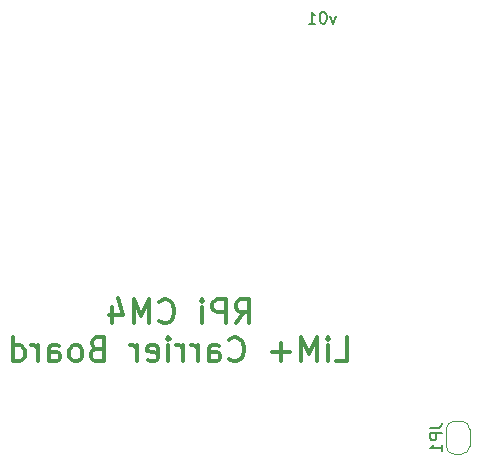
<source format=gbo>
G04 #@! TF.GenerationSoftware,KiCad,Pcbnew,(5.99.0-10632-g8f3343b9e3)*
G04 #@! TF.CreationDate,2021-06-18T06:45:42-04:00*
G04 #@! TF.ProjectId,rpi-cm4-LiM+-board,7270692d-636d-4342-9d4c-694d2b2d626f,v01*
G04 #@! TF.SameCoordinates,Original*
G04 #@! TF.FileFunction,Legend,Bot*
G04 #@! TF.FilePolarity,Positive*
%FSLAX46Y46*%
G04 Gerber Fmt 4.6, Leading zero omitted, Abs format (unit mm)*
G04 Created by KiCad (PCBNEW (5.99.0-10632-g8f3343b9e3)) date 2021-06-18 06:45:42*
%MOMM*%
%LPD*%
G01*
G04 APERTURE LIST*
%ADD10C,0.300000*%
%ADD11C,0.150000*%
%ADD12C,0.120000*%
G04 APERTURE END LIST*
D10*
X151214285Y-105294761D02*
X151880952Y-104342380D01*
X152357142Y-105294761D02*
X152357142Y-103294761D01*
X151595238Y-103294761D01*
X151404761Y-103390000D01*
X151309523Y-103485238D01*
X151214285Y-103675714D01*
X151214285Y-103961428D01*
X151309523Y-104151904D01*
X151404761Y-104247142D01*
X151595238Y-104342380D01*
X152357142Y-104342380D01*
X150357142Y-105294761D02*
X150357142Y-103294761D01*
X149595238Y-103294761D01*
X149404761Y-103390000D01*
X149309523Y-103485238D01*
X149214285Y-103675714D01*
X149214285Y-103961428D01*
X149309523Y-104151904D01*
X149404761Y-104247142D01*
X149595238Y-104342380D01*
X150357142Y-104342380D01*
X148357142Y-105294761D02*
X148357142Y-103961428D01*
X148357142Y-103294761D02*
X148452380Y-103390000D01*
X148357142Y-103485238D01*
X148261904Y-103390000D01*
X148357142Y-103294761D01*
X148357142Y-103485238D01*
X144738095Y-105104285D02*
X144833333Y-105199523D01*
X145119047Y-105294761D01*
X145309523Y-105294761D01*
X145595238Y-105199523D01*
X145785714Y-105009047D01*
X145880952Y-104818571D01*
X145976190Y-104437619D01*
X145976190Y-104151904D01*
X145880952Y-103770952D01*
X145785714Y-103580476D01*
X145595238Y-103390000D01*
X145309523Y-103294761D01*
X145119047Y-103294761D01*
X144833333Y-103390000D01*
X144738095Y-103485238D01*
X143880952Y-105294761D02*
X143880952Y-103294761D01*
X143214285Y-104723333D01*
X142547619Y-103294761D01*
X142547619Y-105294761D01*
X140738095Y-103961428D02*
X140738095Y-105294761D01*
X141214285Y-103199523D02*
X141690476Y-104628095D01*
X140452380Y-104628095D01*
X159690476Y-108514761D02*
X160642857Y-108514761D01*
X160642857Y-106514761D01*
X159023809Y-108514761D02*
X159023809Y-107181428D01*
X159023809Y-106514761D02*
X159119047Y-106610000D01*
X159023809Y-106705238D01*
X158928571Y-106610000D01*
X159023809Y-106514761D01*
X159023809Y-106705238D01*
X158071428Y-108514761D02*
X158071428Y-106514761D01*
X157404761Y-107943333D01*
X156738095Y-106514761D01*
X156738095Y-108514761D01*
X155785714Y-107752857D02*
X154261904Y-107752857D01*
X155023809Y-108514761D02*
X155023809Y-106990952D01*
X150642857Y-108324285D02*
X150738095Y-108419523D01*
X151023809Y-108514761D01*
X151214285Y-108514761D01*
X151500000Y-108419523D01*
X151690476Y-108229047D01*
X151785714Y-108038571D01*
X151880952Y-107657619D01*
X151880952Y-107371904D01*
X151785714Y-106990952D01*
X151690476Y-106800476D01*
X151500000Y-106610000D01*
X151214285Y-106514761D01*
X151023809Y-106514761D01*
X150738095Y-106610000D01*
X150642857Y-106705238D01*
X148928571Y-108514761D02*
X148928571Y-107467142D01*
X149023809Y-107276666D01*
X149214285Y-107181428D01*
X149595238Y-107181428D01*
X149785714Y-107276666D01*
X148928571Y-108419523D02*
X149119047Y-108514761D01*
X149595238Y-108514761D01*
X149785714Y-108419523D01*
X149880952Y-108229047D01*
X149880952Y-108038571D01*
X149785714Y-107848095D01*
X149595238Y-107752857D01*
X149119047Y-107752857D01*
X148928571Y-107657619D01*
X147976190Y-108514761D02*
X147976190Y-107181428D01*
X147976190Y-107562380D02*
X147880952Y-107371904D01*
X147785714Y-107276666D01*
X147595238Y-107181428D01*
X147404761Y-107181428D01*
X146738095Y-108514761D02*
X146738095Y-107181428D01*
X146738095Y-107562380D02*
X146642857Y-107371904D01*
X146547619Y-107276666D01*
X146357142Y-107181428D01*
X146166666Y-107181428D01*
X145500000Y-108514761D02*
X145500000Y-107181428D01*
X145500000Y-106514761D02*
X145595238Y-106610000D01*
X145500000Y-106705238D01*
X145404761Y-106610000D01*
X145500000Y-106514761D01*
X145500000Y-106705238D01*
X143785714Y-108419523D02*
X143976190Y-108514761D01*
X144357142Y-108514761D01*
X144547619Y-108419523D01*
X144642857Y-108229047D01*
X144642857Y-107467142D01*
X144547619Y-107276666D01*
X144357142Y-107181428D01*
X143976190Y-107181428D01*
X143785714Y-107276666D01*
X143690476Y-107467142D01*
X143690476Y-107657619D01*
X144642857Y-107848095D01*
X142833333Y-108514761D02*
X142833333Y-107181428D01*
X142833333Y-107562380D02*
X142738095Y-107371904D01*
X142642857Y-107276666D01*
X142452380Y-107181428D01*
X142261904Y-107181428D01*
X139404761Y-107467142D02*
X139119047Y-107562380D01*
X139023809Y-107657619D01*
X138928571Y-107848095D01*
X138928571Y-108133809D01*
X139023809Y-108324285D01*
X139119047Y-108419523D01*
X139309523Y-108514761D01*
X140071428Y-108514761D01*
X140071428Y-106514761D01*
X139404761Y-106514761D01*
X139214285Y-106610000D01*
X139119047Y-106705238D01*
X139023809Y-106895714D01*
X139023809Y-107086190D01*
X139119047Y-107276666D01*
X139214285Y-107371904D01*
X139404761Y-107467142D01*
X140071428Y-107467142D01*
X137785714Y-108514761D02*
X137976190Y-108419523D01*
X138071428Y-108324285D01*
X138166666Y-108133809D01*
X138166666Y-107562380D01*
X138071428Y-107371904D01*
X137976190Y-107276666D01*
X137785714Y-107181428D01*
X137500000Y-107181428D01*
X137309523Y-107276666D01*
X137214285Y-107371904D01*
X137119047Y-107562380D01*
X137119047Y-108133809D01*
X137214285Y-108324285D01*
X137309523Y-108419523D01*
X137500000Y-108514761D01*
X137785714Y-108514761D01*
X135404761Y-108514761D02*
X135404761Y-107467142D01*
X135500000Y-107276666D01*
X135690476Y-107181428D01*
X136071428Y-107181428D01*
X136261904Y-107276666D01*
X135404761Y-108419523D02*
X135595238Y-108514761D01*
X136071428Y-108514761D01*
X136261904Y-108419523D01*
X136357142Y-108229047D01*
X136357142Y-108038571D01*
X136261904Y-107848095D01*
X136071428Y-107752857D01*
X135595238Y-107752857D01*
X135404761Y-107657619D01*
X134452380Y-108514761D02*
X134452380Y-107181428D01*
X134452380Y-107562380D02*
X134357142Y-107371904D01*
X134261904Y-107276666D01*
X134071428Y-107181428D01*
X133880952Y-107181428D01*
X132357142Y-108514761D02*
X132357142Y-106514761D01*
X132357142Y-108419523D02*
X132547619Y-108514761D01*
X132928571Y-108514761D01*
X133119047Y-108419523D01*
X133214285Y-108324285D01*
X133309523Y-108133809D01*
X133309523Y-107562380D01*
X133214285Y-107371904D01*
X133119047Y-107276666D01*
X132928571Y-107181428D01*
X132547619Y-107181428D01*
X132357142Y-107276666D01*
D11*
X159690476Y-79285714D02*
X159452380Y-79952380D01*
X159214285Y-79285714D01*
X158642857Y-78952380D02*
X158547619Y-78952380D01*
X158452380Y-79000000D01*
X158404761Y-79047619D01*
X158357142Y-79142857D01*
X158309523Y-79333333D01*
X158309523Y-79571428D01*
X158357142Y-79761904D01*
X158404761Y-79857142D01*
X158452380Y-79904761D01*
X158547619Y-79952380D01*
X158642857Y-79952380D01*
X158738095Y-79904761D01*
X158785714Y-79857142D01*
X158833333Y-79761904D01*
X158880952Y-79571428D01*
X158880952Y-79333333D01*
X158833333Y-79142857D01*
X158785714Y-79047619D01*
X158738095Y-79000000D01*
X158642857Y-78952380D01*
X157357142Y-79952380D02*
X157928571Y-79952380D01*
X157642857Y-79952380D02*
X157642857Y-78952380D01*
X157738095Y-79095238D01*
X157833333Y-79190476D01*
X157928571Y-79238095D01*
X167652380Y-114166666D02*
X168366666Y-114166666D01*
X168509523Y-114119047D01*
X168604761Y-114023809D01*
X168652380Y-113880952D01*
X168652380Y-113785714D01*
X168652380Y-114642857D02*
X167652380Y-114642857D01*
X167652380Y-115023809D01*
X167700000Y-115119047D01*
X167747619Y-115166666D01*
X167842857Y-115214285D01*
X167985714Y-115214285D01*
X168080952Y-115166666D01*
X168128571Y-115119047D01*
X168176190Y-115023809D01*
X168176190Y-114642857D01*
X168652380Y-116166666D02*
X168652380Y-115595238D01*
X168652380Y-115880952D02*
X167652380Y-115880952D01*
X167795238Y-115785714D01*
X167890476Y-115690476D01*
X167938095Y-115595238D01*
D12*
X169700000Y-116400000D02*
X170300000Y-116400000D01*
X169000000Y-114300000D02*
X169000000Y-115700000D01*
X171000000Y-115700000D02*
X171000000Y-114300000D01*
X170300000Y-113600000D02*
X169700000Y-113600000D01*
X169700000Y-113600000D02*
G75*
G03*
X169000000Y-114300000I0J-700000D01*
G01*
X169000000Y-115700000D02*
G75*
G03*
X169700000Y-116400000I700000J0D01*
G01*
X170300000Y-116400000D02*
G75*
G03*
X171000000Y-115700000I0J700000D01*
G01*
X171000000Y-114300000D02*
G75*
G03*
X170300000Y-113600000I-700000J0D01*
G01*
M02*

</source>
